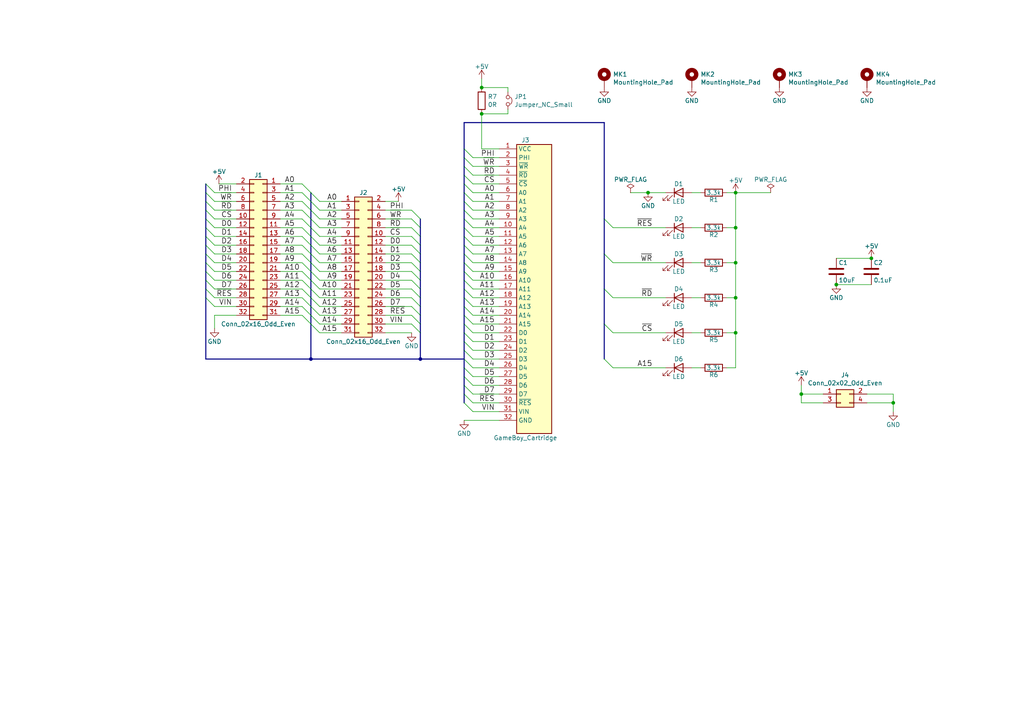
<source format=kicad_sch>
(kicad_sch (version 20211123) (generator eeschema)
  (paper "A4")
  (title_block (title "GB-BRK-SLOT-A") (rev "v1.1") (company "https://gekkio.fi"))
  (lib_symbols
    (symbol "Connector_Generic:Conn_02x02_Odd_Even" (pin_names (offset 1.016) hide)
      (property "Reference" "J" (at 1.27 2.54 0))
      (property "Value" "Conn_02x02_Odd_Even" (at 1.27 -5.08 0))
      (symbol "Conn_02x02_Odd_Even_1_1"
        (rectangle (start -1.27 -2.413) (end 0 -2.667) (stroke (width 0.1524)))
        (rectangle (start -1.27 0.127) (end 0 -0.127) (stroke (width 0.1524)))
        (rectangle (start -1.27 1.27) (end 3.81 -3.81) (stroke (width 0.254)) (fill (type background)))
        (rectangle (start 3.81 -2.413) (end 2.54 -2.667) (stroke (width 0.1524)))
        (rectangle (start 3.81 0.127) (end 2.54 -0.127) (stroke (width 0.1524)))
        (pin passive line (at -5.08 0 0) (length 3.81) (name "Pin_1") (number "1"))
        (pin passive line (at 7.62 0 180) (length 3.81) (name "Pin_2") (number "2"))
        (pin passive line (at -5.08 -2.54 0) (length 3.81) (name "Pin_3") (number "3"))
        (pin passive line (at 7.62 -2.54 180) (length 3.81) (name "Pin_4") (number "4"))
      )
    )
    (symbol "Connector_Generic:Conn_02x16_Odd_Even" (pin_names (offset 1.016) hide)
      (property "Reference" "J" (at 1.27 20.32 0))
      (property "Value" "Conn_02x16_Odd_Even" (at 1.27 -22.86 0))
      (symbol "Conn_02x16_Odd_Even_1_1"
        (rectangle (start -1.27 -20.193) (end 0 -20.447) (stroke (width 0.1524)))
        (rectangle (start -1.27 -17.653) (end 0 -17.907) (stroke (width 0.1524)))
        (rectangle (start -1.27 -15.113) (end 0 -15.367) (stroke (width 0.1524)))
        (rectangle (start -1.27 -12.573) (end 0 -12.827) (stroke (width 0.1524)))
        (rectangle (start -1.27 -10.033) (end 0 -10.287) (stroke (width 0.1524)))
        (rectangle (start -1.27 -7.493) (end 0 -7.747) (stroke (width 0.1524)))
        (rectangle (start -1.27 -4.953) (end 0 -5.207) (stroke (width 0.1524)))
        (rectangle (start -1.27 -2.413) (end 0 -2.667) (stroke (width 0.1524)))
        (rectangle (start -1.27 0.127) (end 0 -0.127) (stroke (width 0.1524)))
        (rectangle (start -1.27 2.667) (end 0 2.413) (stroke (width 0.1524)))
        (rectangle (start -1.27 5.207) (end 0 4.953) (stroke (width 0.1524)))
        (rectangle (start -1.27 7.747) (end 0 7.493) (stroke (width 0.1524)))
        (rectangle (start -1.27 10.287) (end 0 10.033) (stroke (width 0.1524)))
        (rectangle (start -1.27 12.827) (end 0 12.573) (stroke (width 0.1524)))
        (rectangle (start -1.27 15.367) (end 0 15.113) (stroke (width 0.1524)))
        (rectangle (start -1.27 17.907) (end 0 17.653) (stroke (width 0.1524)))
        (rectangle (start -1.27 19.05) (end 3.81 -21.59) (stroke (width 0.254)) (fill (type background)))
        (rectangle (start 3.81 -20.193) (end 2.54 -20.447) (stroke (width 0.1524)))
        (rectangle (start 3.81 -17.653) (end 2.54 -17.907) (stroke (width 0.1524)))
        (rectangle (start 3.81 -15.113) (end 2.54 -15.367) (stroke (width 0.1524)))
        (rectangle (start 3.81 -12.573) (end 2.54 -12.827) (stroke (width 0.1524)))
        (rectangle (start 3.81 -10.033) (end 2.54 -10.287) (stroke (width 0.1524)))
        (rectangle (start 3.81 -7.493) (end 2.54 -7.747) (stroke (width 0.1524)))
        (rectangle (start 3.81 -4.953) (end 2.54 -5.207) (stroke (width 0.1524)))
        (rectangle (start 3.81 -2.413) (end 2.54 -2.667) (stroke (width 0.1524)))
        (rectangle (start 3.81 0.127) (end 2.54 -0.127) (stroke (width 0.1524)))
        (rectangle (start 3.81 2.667) (end 2.54 2.413) (stroke (width 0.1524)))
        (rectangle (start 3.81 5.207) (end 2.54 4.953) (stroke (width 0.1524)))
        (rectangle (start 3.81 7.747) (end 2.54 7.493) (stroke (width 0.1524)))
        (rectangle (start 3.81 10.287) (end 2.54 10.033) (stroke (width 0.1524)))
        (rectangle (start 3.81 12.827) (end 2.54 12.573) (stroke (width 0.1524)))
        (rectangle (start 3.81 15.367) (end 2.54 15.113) (stroke (width 0.1524)))
        (rectangle (start 3.81 17.907) (end 2.54 17.653) (stroke (width 0.1524)))
        (pin passive line (at -5.08 17.78 0) (length 3.81) (name "Pin_1") (number "1"))
        (pin passive line (at 7.62 7.62 180) (length 3.81) (name "Pin_10") (number "10"))
        (pin passive line (at -5.08 5.08 0) (length 3.81) (name "Pin_11") (number "11"))
        (pin passive line (at 7.62 5.08 180) (length 3.81) (name "Pin_12") (number "12"))
        (pin passive line (at -5.08 2.54 0) (length 3.81) (name "Pin_13") (number "13"))
        (pin passive line (at 7.62 2.54 180) (length 3.81) (name "Pin_14") (number "14"))
        (pin passive line (at -5.08 0 0) (length 3.81) (name "Pin_15") (number "15"))
        (pin passive line (at 7.62 0 180) (length 3.81) (name "Pin_16") (number "16"))
        (pin passive line (at -5.08 -2.54 0) (length 3.81) (name "Pin_17") (number "17"))
        (pin passive line (at 7.62 -2.54 180) (length 3.81) (name "Pin_18") (number "18"))
        (pin passive line (at -5.08 -5.08 0) (length 3.81) (name "Pin_19") (number "19"))
        (pin passive line (at 7.62 17.78 180) (length 3.81) (name "Pin_2") (number "2"))
        (pin passive line (at 7.62 -5.08 180) (length 3.81) (name "Pin_20") (number "20"))
        (pin passive line (at -5.08 -7.62 0) (length 3.81) (name "Pin_21") (number "21"))
        (pin passive line (at 7.62 -7.62 180) (length 3.81) (name "Pin_22") (number "22"))
        (pin passive line (at -5.08 -10.16 0) (length 3.81) (name "Pin_23") (number "23"))
        (pin passive line (at 7.62 -10.16 180) (length 3.81) (name "Pin_24") (number "24"))
        (pin passive line (at -5.08 -12.7 0) (length 3.81) (name "Pin_25") (number "25"))
        (pin passive line (at 7.62 -12.7 180) (length 3.81) (name "Pin_26") (number "26"))
        (pin passive line (at -5.08 -15.24 0) (length 3.81) (name "Pin_27") (number "27"))
        (pin passive line (at 7.62 -15.24 180) (length 3.81) (name "Pin_28") (number "28"))
        (pin passive line (at -5.08 -17.78 0) (length 3.81) (name "Pin_29") (number "29"))
        (pin passive line (at -5.08 15.24 0) (length 3.81) (name "Pin_3") (number "3"))
        (pin passive line (at 7.62 -17.78 180) (length 3.81) (name "Pin_30") (number "30"))
        (pin passive line (at -5.08 -20.32 0) (length 3.81) (name "Pin_31") (number "31"))
        (pin passive line (at 7.62 -20.32 180) (length 3.81) (name "Pin_32") (number "32"))
        (pin passive line (at 7.62 15.24 180) (length 3.81) (name "Pin_4") (number "4"))
        (pin passive line (at -5.08 12.7 0) (length 3.81) (name "Pin_5") (number "5"))
        (pin passive line (at 7.62 12.7 180) (length 3.81) (name "Pin_6") (number "6"))
        (pin passive line (at -5.08 10.16 0) (length 3.81) (name "Pin_7") (number "7"))
        (pin passive line (at 7.62 10.16 180) (length 3.81) (name "Pin_8") (number "8"))
        (pin passive line (at -5.08 7.62 0) (length 3.81) (name "Pin_9") (number "9"))
      )
    )
    (symbol "Device:C" (pin_numbers hide) (pin_names (offset 0.254))
      (property "Reference" "C" (at 0.635 2.54 0))
      (property "Value" "C" (at 0.635 -2.54 0))
      (symbol "C_0_1"
        (polyline (pts (xy -2.032 -0.762) (xy 2.032 -0.762)) (stroke (width 0.508)))
        (polyline (pts (xy -2.032 0.762) (xy 2.032 0.762)) (stroke (width 0.508)))
      )
      (symbol "C_1_1"
        (pin passive line (at 0 3.81 270) (length 2.794) (name "~") (number "1"))
        (pin passive line (at 0 -3.81 90) (length 2.794) (name "~") (number "2"))
      )
    )
    (symbol "Device:Jumper_NC_Small" (pin_numbers hide) (pin_names (offset 0.762) hide)
      (property "Reference" "JP" (at 0 2.032 0))
      (property "Value" "Jumper_NC_Small" (at 0.254 -1.524 0))
      (symbol "Jumper_NC_Small_0_1"
        (circle (center -1.016 0) (radius 0.508))
        (circle (center 1.016 0) (radius 0.508))
        (arc (start 1.016 0.762) (mid 0 1.1828) (end -1.016 0.762))
        (pin passive line (at -2.54 0 0) (length 1.016) (name "1") (number "1"))
        (pin passive line (at 2.54 0 180) (length 1.016) (name "2") (number "2"))
      )
    )
    (symbol "Device:LED" (pin_numbers hide) (pin_names (offset 1.016) hide)
      (property "Reference" "D" (at 0 2.54 0))
      (property "Value" "LED" (at 0 -2.54 0))
      (symbol "LED_0_1"
        (polyline (pts (xy -1.27 -1.27) (xy -1.27 1.27)) (stroke (width 0.254)))
        (polyline (pts (xy -1.27 0) (xy 1.27 0)))
        (polyline (pts (xy 1.27 -1.27) (xy 1.27 1.27) (xy -1.27 0) (xy 1.27 -1.27)) (stroke (width 0.254)))
        (polyline (pts (xy -3.048 -0.762) (xy -4.572 -2.286) (xy -3.81 -2.286) (xy -4.572 -2.286) (xy -4.572 -1.524)))
        (polyline (pts (xy -1.778 -0.762) (xy -3.302 -2.286) (xy -2.54 -2.286) (xy -3.302 -2.286) (xy -3.302 -1.524)))
      )
      (symbol "LED_1_1"
        (pin passive line (at -3.81 0 0) (length 2.54) (name "K") (number "1"))
        (pin passive line (at 3.81 0 180) (length 2.54) (name "A") (number "2"))
      )
    )
    (symbol "Device:R" (pin_numbers hide) (pin_names (offset 0))
      (property "Reference" "R" (at 2.032 0 90))
      (property "Value" "R" (at 0 0 90))
      (symbol "R_0_1"
        (rectangle (start -1.016 -2.54) (end 1.016 2.54) (stroke (width 0.254)))
      )
      (symbol "R_1_1"
        (pin passive line (at 0 3.81 270) (length 1.27) (name "~") (number "1"))
        (pin passive line (at 0 -3.81 90) (length 1.27) (name "~") (number "2"))
      )
    )
    (symbol "Gekkio_Connector_Specialized:GameBoy_Cartridge"
      (property "Reference" "J" (at -2.54 43.18 0))
      (property "Value" "GameBoy_Cartridge" (at -2.54 -43.18 0))
      (symbol "GameBoy_Cartridge_0_1"
        (rectangle (start -5.08 41.91) (end 5.08 -41.91) (stroke (width 0.254)) (fill (type background)))
      )
      (symbol "GameBoy_Cartridge_1_1"
        (pin passive line (at -10.16 40.64 0) (length 5.08) (name "VCC") (number "1"))
        (pin passive line (at -10.16 17.78 0) (length 5.08) (name "A4") (number "10"))
        (pin passive line (at -10.16 15.24 0) (length 5.08) (name "A5") (number "11"))
        (pin passive line (at -10.16 12.7 0) (length 5.08) (name "A6") (number "12"))
        (pin passive line (at -10.16 10.16 0) (length 5.08) (name "A7") (number "13"))
        (pin passive line (at -10.16 7.62 0) (length 5.08) (name "A8") (number "14"))
        (pin passive line (at -10.16 5.08 0) (length 5.08) (name "A9") (number "15"))
        (pin passive line (at -10.16 2.54 0) (length 5.08) (name "A10") (number "16"))
        (pin passive line (at -10.16 0 0) (length 5.08) (name "A11") (number "17"))
        (pin passive line (at -10.16 -2.54 0) (length 5.08) (name "A12") (number "18"))
        (pin passive line (at -10.16 -5.08 0) (length 5.08) (name "A13") (number "19"))
        (pin passive line (at -10.16 38.1 0) (length 5.08) (name "PHI") (number "2"))
        (pin passive line (at -10.16 -7.62 0) (length 5.08) (name "A14") (number "20"))
        (pin passive line (at -10.16 -10.16 0) (length 5.08) (name "A15") (number "21"))
        (pin passive line (at -10.16 -12.7 0) (length 5.08) (name "D0") (number "22"))
        (pin passive line (at -10.16 -15.24 0) (length 5.08) (name "D1") (number "23"))
        (pin passive line (at -10.16 -17.78 0) (length 5.08) (name "D2") (number "24"))
        (pin passive line (at -10.16 -20.32 0) (length 5.08) (name "D3") (number "25"))
        (pin passive line (at -10.16 -22.86 0) (length 5.08) (name "D4") (number "26"))
        (pin passive line (at -10.16 -25.4 0) (length 5.08) (name "D5") (number "27"))
        (pin passive line (at -10.16 -27.94 0) (length 5.08) (name "D6") (number "28"))
        (pin passive line (at -10.16 -30.48 0) (length 5.08) (name "D7") (number "29"))
        (pin passive line (at -10.16 35.56 0) (length 5.08) (name "~{WR}") (number "3"))
        (pin passive line (at -10.16 -33.02 0) (length 5.08) (name "~{RES}") (number "30"))
        (pin passive line (at -10.16 -35.56 0) (length 5.08) (name "VIN") (number "31"))
        (pin passive line (at -10.16 -38.1 0) (length 5.08) (name "GND") (number "32"))
        (pin passive line (at -10.16 33.02 0) (length 5.08) (name "~{RD}") (number "4"))
        (pin passive line (at -10.16 30.48 0) (length 5.08) (name "~{CS}") (number "5"))
        (pin passive line (at -10.16 27.94 0) (length 5.08) (name "A0") (number "6"))
        (pin passive line (at -10.16 25.4 0) (length 5.08) (name "A1") (number "7"))
        (pin passive line (at -10.16 22.86 0) (length 5.08) (name "A2") (number "8"))
        (pin passive line (at -10.16 20.32 0) (length 5.08) (name "A3") (number "9"))
      )
    )
    (symbol "Mechanical:MountingHole_Pad" (pin_numbers hide) (pin_names (offset 1.016) hide)
      (property "Reference" "H" (at 0 6.35 0))
      (property "Value" "MountingHole_Pad" (at 0 4.445 0))
      (symbol "MountingHole_Pad_0_1"
        (circle (center 0 1.27) (radius 1.27) (stroke (width 1.27)))
      )
      (symbol "MountingHole_Pad_1_1"
        (pin input line (at 0 -2.54 90) (length 2.54) (name "1") (number "1"))
      )
    )
    (symbol "power:+5V" (power) (pin_names (offset 0))
      (property "Value" "+5V" (at 0 3.556 0))
      (symbol "+5V_0_1"
        (polyline (pts (xy -0.762 1.27) (xy 0 2.54)))
        (polyline (pts (xy 0 0) (xy 0 2.54)))
        (polyline (pts (xy 0 2.54) (xy 0.762 1.27)))
      )
      (symbol "+5V_1_1"
        (pin power_in line (at 0 0 90) (length 0) hide (name "+5V") (number "1"))
      )
    )
    (symbol "power:GND" (power) (pin_names (offset 0))
      (property "Value" "GND" (at 0 -3.81 0))
      (symbol "GND_0_1"
        (polyline (pts (xy 0 0) (xy 0 -1.27) (xy 1.27 -1.27) (xy 0 -2.54) (xy -1.27 -1.27) (xy 0 -1.27)))
      )
      (symbol "GND_1_1"
        (pin power_in line (at 0 0 270) (length 0) hide (name "GND") (number "1"))
      )
    )
    (symbol "power:PWR_FLAG" (power) (pin_numbers hide) (pin_names (offset 0) hide)
      (property "Value" "PWR_FLAG" (at 0 3.81 0))
      (symbol "PWR_FLAG_0_0"
        (pin power_out line (at 0 0 90) (length 0) (name "pwr") (number "1"))
      )
      (symbol "PWR_FLAG_0_1"
        (polyline (pts (xy 0 0) (xy 0 1.27) (xy -1.016 1.905) (xy 0 2.54) (xy 1.016 1.905) (xy 0 1.27)))
      )
    )
  )
  (junction (at 90.17 104.14))
  (junction (at 139.7 25.4))
  (junction (at 139.7 33.02))
  (junction (at 259.08 116.84))
  (junction (at 213.36 86.36))
  (junction (at 213.36 66.04))
  (junction (at 121.92 104.14))
  (junction (at 242.57 82.55))
  (junction (at 252.73 74.93))
  (junction (at 213.36 96.52))
  (junction (at 232.41 114.3))
  (junction (at 213.36 55.88))
  (junction (at 187.96 55.88))
  (junction (at 213.36 76.2))
  (bus_entry (at 134.62 93.98) (size 2.54 2.54))
  (bus_entry (at 59.69 55.88) (size 2.54 2.54))
  (bus_entry (at 87.63 55.88) (size 2.54 2.54))
  (bus_entry (at 59.69 83.82) (size 2.54 2.54))
  (bus_entry (at 134.62 43.18) (size 2.54 2.54))
  (bus_entry (at 119.38 91.44) (size 2.54 2.54))
  (bus_entry (at 90.17 58.42) (size 2.54 2.54))
  (bus_entry (at 134.62 53.34) (size 2.54 2.54))
  (bus_entry (at 90.17 73.66) (size 2.54 2.54))
  (bus_entry (at 134.62 104.14) (size 2.54 2.54))
  (bus_entry (at 175.26 104.14) (size 2.54 2.54))
  (bus_entry (at 59.69 63.5) (size 2.54 2.54))
  (bus_entry (at 87.63 53.34) (size 2.54 2.54))
  (bus_entry (at 90.17 86.36) (size 2.54 2.54))
  (bus_entry (at 87.63 83.82) (size 2.54 2.54))
  (bus_entry (at 90.17 93.98) (size 2.54 2.54))
  (bus_entry (at 87.63 73.66) (size 2.54 2.54))
  (bus_entry (at 175.26 73.66) (size 2.54 2.54))
  (bus_entry (at 134.62 101.6) (size 2.54 2.54))
  (bus_entry (at 59.69 78.74) (size 2.54 2.54))
  (bus_entry (at 134.62 66.04) (size 2.54 2.54))
  (bus_entry (at 134.62 73.66) (size 2.54 2.54))
  (bus_entry (at 90.17 63.5) (size 2.54 2.54))
  (bus_entry (at 134.62 58.42) (size 2.54 2.54))
  (bus_entry (at 134.62 96.52) (size 2.54 2.54))
  (bus_entry (at 59.69 71.12) (size 2.54 2.54))
  (bus_entry (at 134.62 68.58) (size 2.54 2.54))
  (bus_entry (at 134.62 60.96) (size 2.54 2.54))
  (bus_entry (at 87.63 71.12) (size 2.54 2.54))
  (bus_entry (at 134.62 48.26) (size 2.54 2.54))
  (bus_entry (at 59.69 53.34) (size 2.54 2.54))
  (bus_entry (at 59.69 58.42) (size 2.54 2.54))
  (bus_entry (at 134.62 109.22) (size 2.54 2.54))
  (bus_entry (at 87.63 91.44) (size 2.54 2.54))
  (bus_entry (at 119.38 71.12) (size 2.54 2.54))
  (bus_entry (at 90.17 71.12) (size 2.54 2.54))
  (bus_entry (at 175.26 63.5) (size 2.54 2.54))
  (bus_entry (at 134.62 55.88) (size 2.54 2.54))
  (bus_entry (at 134.62 63.5) (size 2.54 2.54))
  (bus_entry (at 119.38 66.04) (size 2.54 2.54))
  (bus_entry (at 119.38 73.66) (size 2.54 2.54))
  (bus_entry (at 134.62 91.44) (size 2.54 2.54))
  (bus_entry (at 87.63 68.58) (size 2.54 2.54))
  (bus_entry (at 134.62 76.2) (size 2.54 2.54))
  (bus_entry (at 59.69 86.36) (size 2.54 2.54))
  (bus_entry (at 134.62 78.74) (size 2.54 2.54))
  (bus_entry (at 90.17 81.28) (size 2.54 2.54))
  (bus_entry (at 90.17 83.82) (size 2.54 2.54))
  (bus_entry (at 87.63 86.36) (size 2.54 2.54))
  (bus_entry (at 59.69 60.96) (size 2.54 2.54))
  (bus_entry (at 59.69 68.58) (size 2.54 2.54))
  (bus_entry (at 90.17 91.44) (size 2.54 2.54))
  (bus_entry (at 175.26 83.82) (size 2.54 2.54))
  (bus_entry (at 134.62 81.28) (size 2.54 2.54))
  (bus_entry (at 134.62 83.82) (size 2.54 2.54))
  (bus_entry (at 87.63 78.74) (size 2.54 2.54))
  (bus_entry (at 134.62 114.3) (size 2.54 2.54))
  (bus_entry (at 134.62 86.36) (size 2.54 2.54))
  (bus_entry (at 87.63 66.04) (size 2.54 2.54))
  (bus_entry (at 59.69 73.66) (size 2.54 2.54))
  (bus_entry (at 119.38 76.2) (size 2.54 2.54))
  (bus_entry (at 59.69 76.2) (size 2.54 2.54))
  (bus_entry (at 134.62 88.9) (size 2.54 2.54))
  (bus_entry (at 59.69 81.28) (size 2.54 2.54))
  (bus_entry (at 59.69 66.04) (size 2.54 2.54))
  (bus_entry (at 90.17 60.96) (size 2.54 2.54))
  (bus_entry (at 119.38 83.82) (size 2.54 2.54))
  (bus_entry (at 119.38 60.96) (size 2.54 2.54))
  (bus_entry (at 90.17 66.04) (size 2.54 2.54))
  (bus_entry (at 87.63 63.5) (size 2.54 2.54))
  (bus_entry (at 134.62 71.12) (size 2.54 2.54))
  (bus_entry (at 119.38 68.58) (size 2.54 2.54))
  (bus_entry (at 119.38 88.9) (size 2.54 2.54))
  (bus_entry (at 119.38 63.5) (size 2.54 2.54))
  (bus_entry (at 134.62 50.8) (size 2.54 2.54))
  (bus_entry (at 134.62 111.76) (size 2.54 2.54))
  (bus_entry (at 134.62 116.84) (size 2.54 2.54))
  (bus_entry (at 90.17 68.58) (size 2.54 2.54))
  (bus_entry (at 134.62 106.68) (size 2.54 2.54))
  (bus_entry (at 90.17 76.2) (size 2.54 2.54))
  (bus_entry (at 119.38 86.36) (size 2.54 2.54))
  (bus_entry (at 87.63 58.42) (size 2.54 2.54))
  (bus_entry (at 90.17 55.88) (size 2.54 2.54))
  (bus_entry (at 90.17 78.74) (size 2.54 2.54))
  (bus_entry (at 134.62 99.06) (size 2.54 2.54))
  (bus_entry (at 119.38 81.28) (size 2.54 2.54))
  (bus_entry (at 90.17 88.9) (size 2.54 2.54))
  (bus_entry (at 134.62 45.72) (size 2.54 2.54))
  (bus_entry (at 87.63 76.2) (size 2.54 2.54))
  (bus_entry (at 119.38 78.74) (size 2.54 2.54))
  (bus_entry (at 87.63 60.96) (size 2.54 2.54))
  (bus_entry (at 87.63 88.9) (size 2.54 2.54))
  (bus_entry (at 119.38 93.98) (size 2.54 2.54))
  (bus_entry (at 87.63 81.28) (size 2.54 2.54))
  (bus_entry (at 175.26 93.98) (size 2.54 2.54))
  (bus (pts (xy 121.92 66.04) (xy 121.92 68.58)))
  (wire (pts (xy 200.66 86.36) (xy 203.2 86.36)))
  (wire (pts (xy 232.41 116.84) (xy 232.41 114.3)))
  (wire (pts (xy 193.04 106.68) (xy 177.8 106.68)))
  (wire (pts (xy 111.76 63.5) (xy 119.38 63.5)))
  (wire (pts (xy 111.76 83.82) (xy 119.38 83.82)))
  (wire (pts (xy 137.16 119.38) (xy 144.78 119.38)))
  (bus (pts (xy 121.92 83.82) (xy 121.92 86.36)))
  (wire (pts (xy 111.76 81.28) (xy 119.38 81.28)))
  (wire (pts (xy 111.76 88.9) (xy 119.38 88.9)))
  (wire (pts (xy 213.36 96.52) (xy 210.82 96.52)))
  (wire (pts (xy 213.36 86.36) (xy 213.36 96.52)))
  (wire (pts (xy 210.82 55.88) (xy 213.36 55.88)))
  (wire (pts (xy 232.41 111.76) (xy 232.41 114.3)))
  (bus (pts (xy 90.17 91.44) (xy 90.17 93.98)))
  (wire (pts (xy 147.32 33.02) (xy 139.7 33.02)))
  (wire (pts (xy 68.58 81.28) (xy 62.23 81.28)))
  (wire (pts (xy 182.88 55.88) (xy 187.96 55.88)))
  (bus (pts (xy 134.62 106.68) (xy 134.62 109.22)))
  (bus (pts (xy 134.62 68.58) (xy 134.62 71.12)))
  (wire (pts (xy 99.06 60.96) (xy 92.71 60.96)))
  (bus (pts (xy 134.62 60.96) (xy 134.62 63.5)))
  (wire (pts (xy 62.23 91.44) (xy 68.58 91.44)))
  (bus (pts (xy 90.17 66.04) (xy 90.17 68.58)))
  (wire (pts (xy 238.76 116.84) (xy 232.41 116.84)))
  (bus (pts (xy 121.92 96.52) (xy 121.92 104.14)))
  (wire (pts (xy 137.16 111.76) (xy 144.78 111.76)))
  (bus (pts (xy 134.62 43.18) (xy 134.62 45.72)))
  (wire (pts (xy 99.06 58.42) (xy 92.71 58.42)))
  (wire (pts (xy 81.28 66.04) (xy 87.63 66.04)))
  (wire (pts (xy 137.16 66.04) (xy 144.78 66.04)))
  (wire (pts (xy 137.16 71.12) (xy 144.78 71.12)))
  (wire (pts (xy 213.36 96.52) (xy 213.36 106.68)))
  (wire (pts (xy 137.16 50.8) (xy 144.78 50.8)))
  (wire (pts (xy 242.57 82.55) (xy 252.73 82.55)))
  (wire (pts (xy 99.06 73.66) (xy 92.71 73.66)))
  (bus (pts (xy 175.26 93.98) (xy 175.26 104.14)))
  (wire (pts (xy 81.28 63.5) (xy 87.63 63.5)))
  (wire (pts (xy 81.28 71.12) (xy 87.63 71.12)))
  (bus (pts (xy 134.62 101.6) (xy 134.62 104.14)))
  (wire (pts (xy 63.5 53.34) (xy 68.58 53.34)))
  (wire (pts (xy 137.16 99.06) (xy 144.78 99.06)))
  (bus (pts (xy 59.69 55.88) (xy 59.69 58.42)))
  (bus (pts (xy 90.17 88.9) (xy 90.17 91.44)))
  (bus (pts (xy 90.17 55.88) (xy 90.17 58.42)))
  (wire (pts (xy 137.16 60.96) (xy 144.78 60.96)))
  (wire (pts (xy 251.46 116.84) (xy 259.08 116.84)))
  (wire (pts (xy 111.76 68.58) (xy 119.38 68.58)))
  (bus (pts (xy 59.69 86.36) (xy 59.69 104.14)))
  (bus (pts (xy 59.69 81.28) (xy 59.69 83.82)))
  (bus (pts (xy 59.69 71.12) (xy 59.69 73.66)))
  (wire (pts (xy 259.08 116.84) (xy 259.08 114.3)))
  (bus (pts (xy 90.17 68.58) (xy 90.17 71.12)))
  (wire (pts (xy 81.28 86.36) (xy 87.63 86.36)))
  (wire (pts (xy 81.28 58.42) (xy 87.63 58.42)))
  (wire (pts (xy 137.16 86.36) (xy 144.78 86.36)))
  (wire (pts (xy 99.06 83.82) (xy 92.71 83.82)))
  (wire (pts (xy 68.58 83.82) (xy 62.23 83.82)))
  (wire (pts (xy 68.58 55.88) (xy 62.23 55.88)))
  (wire (pts (xy 81.28 53.34) (xy 87.63 53.34)))
  (bus (pts (xy 134.62 66.04) (xy 134.62 68.58)))
  (wire (pts (xy 259.08 116.84) (xy 259.08 119.38)))
  (bus (pts (xy 121.92 68.58) (xy 121.92 71.12)))
  (wire (pts (xy 111.76 60.96) (xy 119.38 60.96)))
  (wire (pts (xy 111.76 93.98) (xy 119.38 93.98)))
  (wire (pts (xy 137.16 55.88) (xy 144.78 55.88)))
  (wire (pts (xy 203.2 55.88) (xy 200.66 55.88)))
  (bus (pts (xy 134.62 104.14) (xy 134.62 106.68)))
  (wire (pts (xy 213.36 86.36) (xy 210.82 86.36)))
  (wire (pts (xy 99.06 68.58) (xy 92.71 68.58)))
  (wire (pts (xy 68.58 60.96) (xy 62.23 60.96)))
  (wire (pts (xy 137.16 76.2) (xy 144.78 76.2)))
  (bus (pts (xy 90.17 73.66) (xy 90.17 76.2)))
  (bus (pts (xy 134.62 50.8) (xy 134.62 53.34)))
  (wire (pts (xy 187.96 55.88) (xy 193.04 55.88)))
  (bus (pts (xy 175.26 73.66) (xy 175.26 83.82)))
  (bus (pts (xy 175.26 83.82) (xy 175.26 93.98)))
  (bus (pts (xy 121.92 86.36) (xy 121.92 88.9)))
  (wire (pts (xy 137.16 104.14) (xy 144.78 104.14)))
  (wire (pts (xy 203.2 106.68) (xy 200.66 106.68)))
  (wire (pts (xy 213.36 66.04) (xy 213.36 76.2)))
  (bus (pts (xy 134.62 111.76) (xy 134.62 114.3)))
  (bus (pts (xy 59.69 83.82) (xy 59.69 86.36)))
  (wire (pts (xy 68.58 76.2) (xy 62.23 76.2)))
  (wire (pts (xy 147.32 25.4) (xy 147.32 26.67)))
  (wire (pts (xy 137.16 83.82) (xy 144.78 83.82)))
  (bus (pts (xy 59.69 66.04) (xy 59.69 68.58)))
  (wire (pts (xy 137.16 93.98) (xy 144.78 93.98)))
  (wire (pts (xy 81.28 73.66) (xy 87.63 73.66)))
  (bus (pts (xy 134.62 35.56) (xy 175.26 35.56)))
  (wire (pts (xy 99.06 63.5) (xy 92.71 63.5)))
  (wire (pts (xy 242.57 74.93) (xy 252.73 74.93)))
  (wire (pts (xy 81.28 88.9) (xy 87.63 88.9)))
  (wire (pts (xy 99.06 78.74) (xy 92.71 78.74)))
  (wire (pts (xy 139.7 22.86) (xy 139.7 25.4)))
  (bus (pts (xy 121.92 63.5) (xy 121.92 66.04)))
  (wire (pts (xy 137.16 81.28) (xy 144.78 81.28)))
  (wire (pts (xy 99.06 71.12) (xy 92.71 71.12)))
  (bus (pts (xy 134.62 35.56) (xy 134.62 43.18)))
  (bus (pts (xy 134.62 45.72) (xy 134.62 48.26)))
  (wire (pts (xy 68.58 78.74) (xy 62.23 78.74)))
  (bus (pts (xy 121.92 78.74) (xy 121.92 81.28)))
  (wire (pts (xy 134.62 121.92) (xy 144.78 121.92)))
  (bus (pts (xy 59.69 53.34) (xy 59.69 55.88)))
  (wire (pts (xy 238.76 114.3) (xy 232.41 114.3)))
  (bus (pts (xy 175.26 63.5) (xy 175.26 73.66)))
  (wire (pts (xy 137.16 58.42) (xy 144.78 58.42)))
  (wire (pts (xy 137.16 53.34) (xy 144.78 53.34)))
  (wire (pts (xy 111.76 78.74) (xy 119.38 78.74)))
  (wire (pts (xy 68.58 71.12) (xy 62.23 71.12)))
  (bus (pts (xy 121.92 88.9) (xy 121.92 91.44)))
  (bus (pts (xy 121.92 104.14) (xy 134.62 104.14)))
  (wire (pts (xy 99.06 66.04) (xy 92.71 66.04)))
  (bus (pts (xy 134.62 78.74) (xy 134.62 81.28)))
  (bus (pts (xy 90.17 71.12) (xy 90.17 73.66)))
  (wire (pts (xy 99.06 86.36) (xy 92.71 86.36)))
  (wire (pts (xy 111.76 66.04) (xy 119.38 66.04)))
  (wire (pts (xy 147.32 31.75) (xy 147.32 33.02)))
  (wire (pts (xy 81.28 91.44) (xy 87.63 91.44)))
  (wire (pts (xy 251.46 114.3) (xy 259.08 114.3)))
  (bus (pts (xy 90.17 78.74) (xy 90.17 81.28)))
  (bus (pts (xy 90.17 104.14) (xy 121.92 104.14)))
  (wire (pts (xy 144.78 43.18) (xy 139.7 43.18)))
  (wire (pts (xy 139.7 25.4) (xy 147.32 25.4)))
  (bus (pts (xy 59.69 73.66) (xy 59.69 76.2)))
  (wire (pts (xy 81.28 81.28) (xy 87.63 81.28)))
  (wire (pts (xy 111.76 86.36) (xy 119.38 86.36)))
  (bus (pts (xy 134.62 53.34) (xy 134.62 55.88)))
  (wire (pts (xy 137.16 116.84) (xy 144.78 116.84)))
  (wire (pts (xy 111.76 91.44) (xy 119.38 91.44)))
  (wire (pts (xy 177.8 66.04) (xy 193.04 66.04)))
  (wire (pts (xy 99.06 91.44) (xy 92.71 91.44)))
  (bus (pts (xy 90.17 86.36) (xy 90.17 88.9)))
  (bus (pts (xy 121.92 91.44) (xy 121.92 93.98)))
  (wire (pts (xy 203.2 96.52) (xy 200.66 96.52)))
  (bus (pts (xy 59.69 60.96) (xy 59.69 63.5)))
  (wire (pts (xy 137.16 109.22) (xy 144.78 109.22)))
  (wire (pts (xy 68.58 63.5) (xy 62.23 63.5)))
  (bus (pts (xy 134.62 114.3) (xy 134.62 116.84)))
  (wire (pts (xy 99.06 96.52) (xy 92.71 96.52)))
  (wire (pts (xy 62.23 91.44) (xy 62.23 95.25)))
  (bus (pts (xy 134.62 58.42) (xy 134.62 60.96)))
  (bus (pts (xy 121.92 93.98) (xy 121.92 96.52)))
  (bus (pts (xy 134.62 88.9) (xy 134.62 91.44)))
  (wire (pts (xy 200.66 66.04) (xy 203.2 66.04)))
  (wire (pts (xy 139.7 33.02) (xy 139.7 43.18)))
  (wire (pts (xy 213.36 66.04) (xy 210.82 66.04)))
  (bus (pts (xy 59.69 63.5) (xy 59.69 66.04)))
  (wire (pts (xy 137.16 114.3) (xy 144.78 114.3)))
  (bus (pts (xy 134.62 76.2) (xy 134.62 78.74)))
  (bus (pts (xy 90.17 81.28) (xy 90.17 83.82)))
  (bus (pts (xy 134.62 81.28) (xy 134.62 83.82)))
  (wire (pts (xy 111.76 71.12) (xy 119.38 71.12)))
  (wire (pts (xy 81.28 83.82) (xy 87.63 83.82)))
  (bus (pts (xy 59.69 68.58) (xy 59.69 71.12)))
  (wire (pts (xy 81.28 68.58) (xy 87.63 68.58)))
  (wire (pts (xy 177.8 86.36) (xy 193.04 86.36)))
  (bus (pts (xy 59.69 76.2) (xy 59.69 78.74)))
  (wire (pts (xy 137.16 88.9) (xy 144.78 88.9)))
  (bus (pts (xy 90.17 60.96) (xy 90.17 63.5)))
  (bus (pts (xy 134.62 86.36) (xy 134.62 88.9)))
  (bus (pts (xy 134.62 96.52) (xy 134.62 99.06)))
  (wire (pts (xy 137.16 63.5) (xy 144.78 63.5)))
  (bus (pts (xy 90.17 76.2) (xy 90.17 78.74)))
  (wire (pts (xy 99.06 76.2) (xy 92.71 76.2)))
  (wire (pts (xy 81.28 76.2) (xy 87.63 76.2)))
  (wire (pts (xy 111.76 76.2) (xy 119.38 76.2)))
  (wire (pts (xy 115.57 58.42) (xy 111.76 58.42)))
  (wire (pts (xy 68.58 73.66) (xy 62.23 73.66)))
  (wire (pts (xy 137.16 48.26) (xy 144.78 48.26)))
  (wire (pts (xy 99.06 88.9) (xy 92.71 88.9)))
  (wire (pts (xy 99.06 81.28) (xy 92.71 81.28)))
  (bus (pts (xy 134.62 99.06) (xy 134.62 101.6)))
  (bus (pts (xy 134.62 83.82) (xy 134.62 86.36)))
  (wire (pts (xy 177.8 96.52) (xy 193.04 96.52)))
  (wire (pts (xy 213.36 76.2) (xy 213.36 86.36)))
  (wire (pts (xy 68.58 58.42) (xy 62.23 58.42)))
  (wire (pts (xy 81.28 78.74) (xy 87.63 78.74)))
  (bus (pts (xy 134.62 109.22) (xy 134.62 111.76)))
  (wire (pts (xy 68.58 88.9) (xy 62.23 88.9)))
  (wire (pts (xy 99.06 93.98) (xy 92.71 93.98)))
  (wire (pts (xy 119.38 96.52) (xy 111.76 96.52)))
  (wire (pts (xy 203.2 76.2) (xy 200.66 76.2)))
  (bus (pts (xy 90.17 63.5) (xy 90.17 66.04)))
  (bus (pts (xy 134.62 73.66) (xy 134.62 76.2)))
  (wire (pts (xy 137.16 78.74) (xy 144.78 78.74)))
  (wire (pts (xy 81.28 55.88) (xy 87.63 55.88)))
  (wire (pts (xy 68.58 66.04) (xy 62.23 66.04)))
  (bus (pts (xy 90.17 58.42) (xy 90.17 60.96)))
  (bus (pts (xy 59.69 78.74) (xy 59.69 81.28)))
  (wire (pts (xy 177.8 76.2) (xy 193.04 76.2)))
  (wire (pts (xy 137.16 101.6) (xy 144.78 101.6)))
  (bus (pts (xy 175.26 35.56) (xy 175.26 63.5)))
  (bus (pts (xy 59.69 104.14) (xy 90.17 104.14)))
  (bus (pts (xy 134.62 55.88) (xy 134.62 58.42)))
  (wire (pts (xy 213.36 76.2) (xy 210.82 76.2)))
  (wire (pts (xy 68.58 86.36) (xy 62.23 86.36)))
  (bus (pts (xy 59.69 58.42) (xy 59.69 60.96)))
  (wire (pts (xy 213.36 106.68) (xy 210.82 106.68)))
  (wire (pts (xy 137.16 73.66) (xy 144.78 73.66)))
  (bus (pts (xy 121.92 81.28) (xy 121.92 83.82)))
  (wire (pts (xy 213.36 55.88) (xy 223.52 55.88)))
  (wire (pts (xy 111.76 73.66) (xy 119.38 73.66)))
  (wire (pts (xy 137.16 91.44) (xy 144.78 91.44)))
  (bus (pts (xy 121.92 73.66) (xy 121.92 76.2)))
  (wire (pts (xy 68.58 68.58) (xy 62.23 68.58)))
  (bus (pts (xy 121.92 76.2) (xy 121.92 78.74)))
  (wire (pts (xy 137.16 96.52) (xy 144.78 96.52)))
  (bus (pts (xy 134.62 63.5) (xy 134.62 66.04)))
  (bus (pts (xy 134.62 71.12) (xy 134.62 73.66)))
  (wire (pts (xy 137.16 106.68) (xy 144.78 106.68)))
  (bus (pts (xy 90.17 93.98) (xy 90.17 104.14)))
  (bus (pts (xy 134.62 91.44) (xy 134.62 93.98)))
  (bus (pts (xy 121.92 71.12) (xy 121.92 73.66)))
  (wire (pts (xy 137.16 68.58) (xy 144.78 68.58)))
  (bus (pts (xy 134.62 93.98) (xy 134.62 96.52)))
  (wire (pts (xy 137.16 45.72) (xy 144.78 45.72)))
  (bus (pts (xy 90.17 83.82) (xy 90.17 86.36)))
  (bus (pts (xy 134.62 48.26) (xy 134.62 50.8)))
  (wire (pts (xy 213.36 55.88) (xy 213.36 66.04)))
  (wire (pts (xy 81.28 60.96) (xy 87.63 60.96)))
  (label "D3" (at 143.51 104.14 180) (effects (font (size 1.524 1.524))))
  (label "D0" (at 113.03 71.12 0) (effects (font (size 1.524 1.524))))
  (label "A7" (at 82.55 71.12 0) (effects (font (size 1.524 1.524))))
  (label "~{RD}" (at 143.51 50.8 180) (effects (font (size 1.524 1.524))))
  (label "D3" (at 67.31 73.66 180) (effects (font (size 1.524 1.524))))
  (label "A5" (at 97.79 71.12 180) (effects (font (size 1.524 1.524))))
  (label "A0" (at 143.51 55.88 180) (effects (font (size 1.524 1.524))))
  (label "A9" (at 143.51 78.74 180) (effects (font (size 1.524 1.524))))
  (label "A7" (at 97.79 76.2 180) (effects (font (size 1.524 1.524))))
  (label "~{CS}" (at 143.51 53.34 180) (effects (font (size 1.524 1.524))))
  (label "A0" (at 82.55 53.34 0) (effects (font (size 1.524 1.524))))
  (label "A15" (at 97.79 96.52 180) (effects (font (size 1.524 1.524))))
  (label "D2" (at 143.51 101.6 180) (effects (font (size 1.524 1.524))))
  (label "~{WR}" (at 143.51 48.26 180) (effects (font (size 1.524 1.524))))
  (label "A6" (at 82.55 68.58 0) (effects (font (size 1.524 1.524))))
  (label "D0" (at 143.51 96.52 180) (effects (font (size 1.524 1.524))))
  (label "A7" (at 143.51 73.66 180) (effects (font (size 1.524 1.524))))
  (label "D0" (at 67.31 66.04 180) (effects (font (size 1.524 1.524))))
  (label "D1" (at 143.51 99.06 180) (effects (font (size 1.524 1.524))))
  (label "A4" (at 143.51 66.04 180) (effects (font (size 1.524 1.524))))
  (label "A11" (at 143.51 83.82 180) (effects (font (size 1.524 1.524))))
  (label "~{CS}" (at 189.23 96.52 180) (effects (font (size 1.524 1.524))))
  (label "D5" (at 113.03 83.82 0) (effects (font (size 1.524 1.524))))
  (label "A12" (at 143.51 86.36 180) (effects (font (size 1.524 1.524))))
  (label "A5" (at 82.55 66.04 0) (effects (font (size 1.524 1.524))))
  (label "A1" (at 143.51 58.42 180) (effects (font (size 1.524 1.524))))
  (label "~{WR}" (at 189.23 76.2 180) (effects (font (size 1.524 1.524))))
  (label "D6" (at 143.51 111.76 180) (effects (font (size 1.524 1.524))))
  (label "A9" (at 97.79 81.28 180) (effects (font (size 1.524 1.524))))
  (label "A8" (at 97.79 78.74 180) (effects (font (size 1.524 1.524))))
  (label "A3" (at 82.55 60.96 0) (effects (font (size 1.524 1.524))))
  (label "A10" (at 82.55 78.74 0) (effects (font (size 1.524 1.524))))
  (label "D6" (at 67.31 81.28 180) (effects (font (size 1.524 1.524))))
  (label "PHI" (at 67.31 55.88 180) (effects (font (size 1.524 1.524))))
  (label "D1" (at 113.03 73.66 0) (effects (font (size 1.524 1.524))))
  (label "D4" (at 143.51 106.68 180) (effects (font (size 1.524 1.524))))
  (label "~{CS}" (at 67.31 63.5 180) (effects (font (size 1.524 1.524))))
  (label "A13" (at 143.51 88.9 180) (effects (font (size 1.524 1.524))))
  (label "D2" (at 67.31 71.12 180) (effects (font (size 1.524 1.524))))
  (label "A3" (at 143.51 63.5 180) (effects (font (size 1.524 1.524))))
  (label "~{RD}" (at 113.03 66.04 0) (effects (font (size 1.524 1.524))))
  (label "~{RES}" (at 113.03 91.44 0) (effects (font (size 1.524 1.524))))
  (label "A2" (at 143.51 60.96 180) (effects (font (size 1.524 1.524))))
  (label "A12" (at 97.79 88.9 180) (effects (font (size 1.524 1.524))))
  (label "A3" (at 97.79 66.04 180) (effects (font (size 1.524 1.524))))
  (label "A0" (at 97.79 58.42 180) (effects (font (size 1.524 1.524))))
  (label "A1" (at 97.79 60.96 180) (effects (font (size 1.524 1.524))))
  (label "D1" (at 67.31 68.58 180) (effects (font (size 1.524 1.524))))
  (label "D4" (at 67.31 76.2 180) (effects (font (size 1.524 1.524))))
  (label "D5" (at 67.31 78.74 180) (effects (font (size 1.524 1.524))))
  (label "D7" (at 67.31 83.82 180) (effects (font (size 1.524 1.524))))
  (label "VIN" (at 113.03 93.98 0) (effects (font (size 1.524 1.524))))
  (label "D5" (at 143.51 109.22 180) (effects (font (size 1.524 1.524))))
  (label "A10" (at 143.51 81.28 180) (effects (font (size 1.524 1.524))))
  (label "A5" (at 143.51 68.58 180) (effects (font (size 1.524 1.524))))
  (label "~{RD}" (at 67.31 60.96 180) (effects (font (size 1.524 1.524))))
  (label "A15" (at 189.23 106.68 180) (effects (font (size 1.524 1.524))))
  (label "D7" (at 113.03 88.9 0) (effects (font (size 1.524 1.524))))
  (label "A11" (at 97.79 86.36 180) (effects (font (size 1.524 1.524))))
  (label "PHI" (at 113.03 60.96 0) (effects (font (size 1.524 1.524))))
  (label "PHI" (at 143.51 45.72 180) (effects (font (size 1.524 1.524))))
  (label "~{WR}" (at 113.03 63.5 0) (effects (font (size 1.524 1.524))))
  (label "A1" (at 82.55 55.88 0) (effects (font (size 1.524 1.524))))
  (label "~{WR}" (at 67.31 58.42 180) (effects (font (size 1.524 1.524))))
  (label "A13" (at 82.55 86.36 0) (effects (font (size 1.524 1.524))))
  (label "D4" (at 113.03 81.28 0) (effects (font (size 1.524 1.524))))
  (label "A9" (at 82.55 76.2 0) (effects (font (size 1.524 1.524))))
  (label "A8" (at 82.55 73.66 0) (effects (font (size 1.524 1.524))))
  (label "D3" (at 113.03 78.74 0) (effects (font (size 1.524 1.524))))
  (label "~{RES}" (at 67.31 86.36 180) (effects (font (size 1.524 1.524))))
  (label "A14" (at 97.79 93.98 180) (effects (font (size 1.524 1.524))))
  (label "A15" (at 143.51 93.98 180) (effects (font (size 1.524 1.524))))
  (label "A2" (at 82.55 58.42 0) (effects (font (size 1.524 1.524))))
  (label "A15" (at 82.55 91.44 0) (effects (font (size 1.524 1.524))))
  (label "A8" (at 143.51 76.2 180) (effects (font (size 1.524 1.524))))
  (label "A6" (at 143.51 71.12 180) (effects (font (size 1.524 1.524))))
  (label "VIN" (at 143.51 119.38 180) (effects (font (size 1.524 1.524))))
  (label "D2" (at 113.03 76.2 0) (effects (font (size 1.524 1.524))))
  (label "A11" (at 82.55 81.28 0) (effects (font (size 1.524 1.524))))
  (label "A14" (at 143.51 91.44 180) (effects (font (size 1.524 1.524))))
  (label "D6" (at 113.03 86.36 0) (effects (font (size 1.524 1.524))))
  (label "~{RES}" (at 189.23 66.04 180) (effects (font (size 1.524 1.524))))
  (label "A4" (at 82.55 63.5 0) (effects (font (size 1.524 1.524))))
  (label "VIN" (at 67.31 88.9 180) (effects (font (size 1.524 1.524))))
  (label "A2" (at 97.79 63.5 180) (effects (font (size 1.524 1.524))))
  (label "A12" (at 82.55 83.82 0) (effects (font (size 1.524 1.524))))
  (label "A10" (at 97.79 83.82 180) (effects (font (size 1.524 1.524))))
  (label "A14" (at 82.55 88.9 0) (effects (font (size 1.524 1.524))))
  (label "D7" (at 143.51 114.3 180) (effects (font (size 1.524 1.524))))
  (label "A6" (at 97.79 73.66 180) (effects (font (size 1.524 1.524))))
  (label "A13" (at 97.79 91.44 180) (effects (font (size 1.524 1.524))))
  (label "~{CS}" (at 113.03 68.58 0) (effects (font (size 1.524 1.524))))
  (label "A4" (at 97.79 68.58 180) (effects (font (size 1.524 1.524))))
  (label "~{RES}" (at 143.51 116.84 180) (effects (font (size 1.524 1.524))))
  (label "~{RD}" (at 189.23 86.36 180) (effects (font (size 1.524 1.524))))
  (symbol (lib_id "Gekkio_Connector_Specialized:GameBoy_Cartridge") (at 154.94 83.82 0) (unit 1)
    (property "Reference" "J3" (at 152.4 40.64 0))
    (property "Value" "GameBoy_Cartridge" (at 152.4 127 0))
    (property "Footprint" "Gekkio_Connector_PCBedge:GameBoy_Cartridge_DMG_1x32_P1.50mm_Socket_Horizontal" (effects hide))
  )
  (symbol (lib_id "Connector_Generic:Conn_02x16_Odd_Even") (at 76.2 71.12 0) (mirror y) (unit 1)
    (property "Reference" "J1" (at 74.93 50.8 0))
    (property "Value" "Conn_02x16_Odd_Even" (at 74.93 93.98 0))
    (property "Footprint" "Connector_PinSocket_2.54mm:PinSocket_2x16_P2.54mm_Vertical" (effects hide))
  )
  (symbol (lib_id "Connector_Generic:Conn_02x16_Odd_Even") (at 104.14 76.2 0) (unit 1)
    (property "Reference" "J2" (at 105.41 55.88 0))
    (property "Value" "Conn_02x16_Odd_Even" (at 105.41 99.06 0))
    (property "Footprint" "Connector_PinHeader_2.54mm:PinHeader_2x16_P2.54mm_Vertical" (effects hide))
  )
  (symbol (lib_id "power:GND") (at 134.62 121.92 0) (unit 1)
    (property "Reference" "#PWR05" (effects hide))
    (property "Value" "GND" (at 134.62 125.73 0))
  )
  (symbol (lib_id "power:+5V") (at 213.36 55.88 0) (unit 1)
    (property "Reference" "#PWR08" (effects hide))
    (property "Value" "+5V" (at 213.36 52.324 0))
  )
  (symbol (lib_id "Device:LED") (at 196.85 55.88 0) (unit 1)
    (property "Reference" "D1" (at 196.85 53.34 0))
    (property "Value" "LED" (at 196.85 58.42 0))
    (property "Footprint" "LED_SMD:LED_0603_1608Metric" (effects hide))
  )
  (symbol (lib_id "Device:R") (at 207.01 55.88 270) (unit 1)
    (property "Reference" "R1" (at 207.01 57.912 90))
    (property "Value" "3.3k" (at 207.01 55.88 90))
    (property "Footprint" "Resistor_SMD:R_0603_1608Metric" (effects hide))
  )
  (symbol (lib_id "Device:C") (at 242.57 78.74 0) (unit 1)
    (property "Reference" "C1" (at 243.205 76.2 0) (effects (justify left)))
    (property "Value" "10uF" (at 243.205 81.28 0) (effects (justify left)))
    (property "Footprint" "Capacitor_SMD:C_1206_3216Metric" (effects hide))
  )
  (symbol (lib_id "Device:C") (at 252.73 78.74 0) (unit 1)
    (property "Reference" "C2" (at 253.365 76.2 0) (effects (justify left)))
    (property "Value" "0.1uF" (at 253.365 81.28 0) (effects (justify left)))
    (property "Footprint" "Capacitor_SMD:C_0603_1608Metric" (effects hide))
  )
  (symbol (lib_id "power:+5V") (at 252.73 74.93 0) (unit 1)
    (property "Reference" "#PWR010" (effects hide))
    (property "Value" "+5V" (at 252.73 71.374 0))
  )
  (symbol (lib_id "power:GND") (at 242.57 82.55 0) (unit 1)
    (property "Reference" "#PWR09" (effects hide))
    (property "Value" "GND" (at 242.57 86.36 0))
  )
  (symbol (lib_id "power:GND") (at 187.96 55.88 0) (unit 1)
    (property "Reference" "#PWR07" (effects hide))
    (property "Value" "GND" (at 187.96 59.69 0))
  )
  (symbol (lib_id "power:+5V") (at 139.7 22.86 0) (unit 1)
    (property "Reference" "#PWR06" (effects hide))
    (property "Value" "+5V" (at 139.7 19.304 0))
  )
  (symbol (lib_id "power:+5V") (at 63.5 53.34 0) (unit 1)
    (property "Reference" "#PWR02" (effects hide))
    (property "Value" "+5V" (at 63.5 49.784 0))
  )
  (symbol (lib_id "power:GND") (at 62.23 95.25 0) (unit 1)
    (property "Reference" "#PWR01" (effects hide))
    (property "Value" "GND" (at 62.23 99.06 0))
  )
  (symbol (lib_id "power:PWR_FLAG") (at 182.88 55.88 0) (unit 1)
    (property "Reference" "#FLG01" (effects hide))
    (property "Value" "PWR_FLAG" (at 182.88 52.07 0))
  )
  (symbol (lib_id "power:PWR_FLAG") (at 223.52 55.88 0) (unit 1)
    (property "Reference" "#FLG02" (effects hide))
    (property "Value" "PWR_FLAG" (at 223.52 52.07 0))
  )
  (symbol (lib_id "power:+5V") (at 115.57 58.42 0) (unit 1)
    (property "Reference" "#PWR03" (effects hide))
    (property "Value" "+5V" (at 115.57 54.864 0))
  )
  (symbol (lib_id "power:GND") (at 119.38 96.52 0) (unit 1)
    (property "Reference" "#PWR04" (effects hide))
    (property "Value" "GND" (at 119.38 100.33 0))
  )
  (symbol (lib_id "Device:LED") (at 196.85 66.04 0) (unit 1)
    (property "Reference" "D2" (at 196.85 63.5 0))
    (property "Value" "LED" (at 196.85 68.58 0))
    (property "Footprint" "LED_SMD:LED_0603_1608Metric" (effects hide))
  )
  (symbol (lib_id "Device:LED") (at 196.85 76.2 0) (unit 1)
    (property "Reference" "D3" (at 196.85 73.66 0))
    (property "Value" "LED" (at 196.85 78.74 0))
    (property "Footprint" "LED_SMD:LED_0603_1608Metric" (effects hide))
  )
  (symbol (lib_id "Device:LED") (at 196.85 86.36 0) (unit 1)
    (property "Reference" "D4" (at 196.85 83.82 0))
    (property "Value" "LED" (at 196.85 88.9 0))
    (property "Footprint" "LED_SMD:LED_0603_1608Metric" (effects hide))
  )
  (symbol (lib_id "Device:R") (at 207.01 66.04 270) (unit 1)
    (property "Reference" "R2" (at 207.01 68.072 90))
    (property "Value" "3.3k" (at 207.01 66.04 90))
    (property "Footprint" "Resistor_SMD:R_0603_1608Metric" (effects hide))
  )
  (symbol (lib_id "Device:R") (at 207.01 76.2 270) (unit 1)
    (property "Reference" "R3" (at 207.01 78.232 90))
    (property "Value" "3.3k" (at 207.01 76.2 90))
    (property "Footprint" "Resistor_SMD:R_0603_1608Metric" (effects hide))
  )
  (symbol (lib_id "Device:R") (at 207.01 86.36 270) (unit 1)
    (property "Reference" "R4" (at 207.01 88.392 90))
    (property "Value" "3.3k" (at 207.01 86.36 90))
    (property "Footprint" "Resistor_SMD:R_0603_1608Metric" (effects hide))
  )
  (symbol (lib_id "Device:LED") (at 196.85 96.52 0) (unit 1)
    (property "Reference" "D5" (at 196.85 93.98 0))
    (property "Value" "LED" (at 196.85 99.06 0))
    (property "Footprint" "LED_SMD:LED_0603_1608Metric" (effects hide))
  )
  (symbol (lib_id "Device:R") (at 207.01 96.52 270) (unit 1)
    (property "Reference" "R5" (at 207.01 98.552 90))
    (property "Value" "3.3k" (at 207.01 96.52 90))
    (property "Footprint" "Resistor_SMD:R_0603_1608Metric" (effects hide))
  )
  (symbol (lib_id "Device:LED") (at 196.85 106.68 0) (unit 1)
    (property "Reference" "D6" (at 196.85 104.14 0))
    (property "Value" "LED" (at 196.85 109.22 0))
    (property "Footprint" "LED_SMD:LED_0603_1608Metric" (effects hide))
  )
  (symbol (lib_id "Device:R") (at 207.01 106.68 270) (unit 1)
    (property "Reference" "R6" (at 207.01 108.712 90))
    (property "Value" "3.3k" (at 207.01 106.68 90))
    (property "Footprint" "Resistor_SMD:R_0603_1608Metric" (effects hide))
  )
  (symbol (lib_id "Mechanical:MountingHole_Pad") (at 175.26 22.86 0) (unit 1)
    (property "Reference" "MK1" (at 177.8 21.5646 0) (effects (justify left)))
    (property "Value" "MountingHole_Pad" (at 177.8 23.876 0) (effects (justify left)))
    (property "Footprint" "MountingHole:MountingHole_3.2mm_M3_Pad_Via" (effects hide))
  )
  (symbol (lib_id "Mechanical:MountingHole_Pad") (at 200.66 22.86 0) (unit 1)
    (property "Reference" "MK2" (at 203.2 21.5646 0) (effects (justify left)))
    (property "Value" "MountingHole_Pad" (at 203.2 23.876 0) (effects (justify left)))
    (property "Footprint" "MountingHole:MountingHole_3.2mm_M3_Pad_Via" (effects hide))
  )
  (symbol (lib_id "power:GND") (at 175.26 25.4 0) (unit 1)
    (property "Reference" "#PWR0101" (effects hide))
    (property "Value" "GND" (at 175.26 29.21 0))
  )
  (symbol (lib_id "power:GND") (at 200.66 25.4 0) (unit 1)
    (property "Reference" "#PWR0102" (effects hide))
    (property "Value" "GND" (at 200.66 29.21 0))
  )
  (symbol (lib_id "Mechanical:MountingHole_Pad") (at 226.06 22.86 0) (unit 1)
    (property "Reference" "MK3" (at 228.6 21.5646 0) (effects (justify left)))
    (property "Value" "MountingHole_Pad" (at 228.6 23.876 0) (effects (justify left)))
    (property "Footprint" "MountingHole:MountingHole_3.2mm_M3_Pad_Via" (effects hide))
  )
  (symbol (lib_id "power:GND") (at 226.06 25.4 0) (unit 1)
    (property "Reference" "#PWR013" (effects hide))
    (property "Value" "GND" (at 226.06 29.21 0))
  )
  (symbol (lib_id "Mechanical:MountingHole_Pad") (at 251.46 22.86 0) (unit 1)
    (property "Reference" "MK4" (at 254 21.5646 0) (effects (justify left)))
    (property "Value" "MountingHole_Pad" (at 254 23.876 0) (effects (justify left)))
    (property "Footprint" "MountingHole:MountingHole_3.2mm_M3_Pad_Via" (effects hide))
  )
  (symbol (lib_id "power:GND") (at 251.46 25.4 0) (unit 1)
    (property "Reference" "#PWR014" (effects hide))
    (property "Value" "GND" (at 251.46 29.21 0))
  )
  (symbol (lib_id "Connector_Generic:Conn_02x02_Odd_Even") (at 243.84 114.3 0) (unit 1)
    (property "Reference" "J4" (at 245.11 108.7882 0))
    (property "Value" "Conn_02x02_Odd_Even" (at 245.11 111.0996 0))
    (property "Footprint" "Connector_PinHeader_2.54mm:PinHeader_2x02_P2.54mm_Vertical" (effects hide))
  )
  (symbol (lib_id "power:GND") (at 259.08 119.38 0) (unit 1)
    (property "Reference" "#PWR012" (effects hide))
    (property "Value" "GND" (at 259.08 123.19 0))
  )
  (symbol (lib_id "power:+5V") (at 232.41 111.76 0) (unit 1)
    (property "Reference" "#PWR011" (effects hide))
    (property "Value" "+5V" (at 232.41 108.204 0))
  )
  (symbol (lib_id "Device:R") (at 139.7 29.21 180) (unit 1)
    (property "Reference" "R7" (at 141.478 28.0416 0) (effects (justify right)))
    (property "Value" "0R" (at 141.478 30.353 0) (effects (justify right)))
    (property "Footprint" "Resistor_SMD:R_1206_3216Metric_Pad1.42x1.75mm_HandSolder" (effects hide))
  )
  (symbol (lib_id "Device:Jumper_NC_Small") (at 147.32 29.21 270) (unit 1)
    (property "Reference" "JP1" (at 149.1996 28.0416 90) (effects (justify left)))
    (property "Value" "Jumper_NC_Small" (at 149.1996 30.353 90) (effects (justify left)))
    (property "Footprint" "Connector_PinHeader_2.54mm:PinHeader_1x02_P2.54mm_Vertical" (effects hide))
  )
)
</source>
